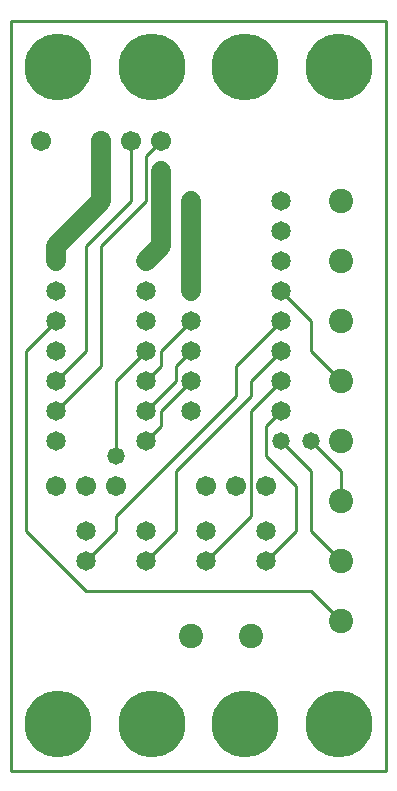
<source format=gbl>
%MOIN*%
%FSLAX25Y25*%
G04 D10 used for Character Trace; *
G04     Circle (OD=.01000) (No hole)*
G04 D11 used for Power Trace; *
G04     Circle (OD=.06700) (No hole)*
G04 D12 used for Signal Trace; *
G04     Circle (OD=.01100) (No hole)*
G04 D13 used for Via; *
G04     Circle (OD=.05800) (Round. Hole ID=.02800)*
G04 D14 used for Component hole; *
G04     Circle (OD=.06500) (Round. Hole ID=.03500)*
G04 D15 used for Component hole; *
G04     Circle (OD=.06700) (Round. Hole ID=.04300)*
G04 D16 used for Component hole; *
G04     Circle (OD=.08100) (Round. Hole ID=.05100)*
G04 D17 used for Component hole; *
G04     Circle (OD=.08900) (Round. Hole ID=.05900)*
G04 D18 used for Component hole; *
G04     Circle (OD=.11300) (Round. Hole ID=.08300)*
G04 D19 used for Component hole; *
G04     Circle (OD=.16000) (Round. Hole ID=.13000)*
G04 D20 used for Component hole; *
G04     Circle (OD=.18300) (Round. Hole ID=.15300)*
G04 D21 used for Component hole; *
G04     Circle (OD=.22291) (Round. Hole ID=.19291)*
%ADD10C,.01000*%
%ADD11C,.06700*%
%ADD12C,.01100*%
%ADD13C,.05800*%
%ADD14C,.06500*%
%ADD15C,.06700*%
%ADD16C,.08100*%
%ADD17C,.08900*%
%ADD18C,.11300*%
%ADD19C,.16000*%
%ADD20C,.18300*%
%ADD21C,.22291*%
%IPPOS*%
%LPD*%
G90*X0Y0D02*D21*X15625Y15625D03*X46875D03*D12*    
X25000Y60000D02*X100000D01*X110000Y50000D01*D16*  
D03*Y70000D03*D12*X100000Y80000D01*Y100000D01*    
X90000Y110000D01*D13*D03*D12*X85000Y105000D02*    
Y115000D01*X95000Y95000D02*X85000Y105000D01*      
X95000Y80000D02*Y95000D01*X85000Y70000D02*        
X95000Y80000D01*D14*X85000Y70000D03*Y80000D03*D12*
X65000Y70000D02*X80000Y85000D01*D14*              
X65000Y70000D03*D12*X45000D02*X55000Y80000D01*D14*
X45000Y70000D03*D12*X55000Y80000D02*Y100000D01*   
X80000Y125000D01*Y130000D01*X90000Y140000D01*D14* 
D03*D12*X100000D02*Y150000D01*X110000Y130000D02*  
X100000Y140000D01*D16*X110000Y130000D03*D14*      
X90000Y150000D03*D12*X75000Y135000D01*Y125000D01* 
X35000Y85000D01*Y80000D01*X25000Y70000D01*D14*D03*
Y80000D03*D12*Y60000D02*X5000Y80000D01*Y140000D01*
X15000Y150000D01*D14*D03*D12*Y130000D02*          
X25000Y140000D01*D14*X15000Y130000D03*D12*        
X25000Y140000D02*Y175000D01*X40000Y190000D01*     
Y210000D01*D15*D03*D12*X45000Y190000D02*          
Y205000D01*X30000Y175000D02*X45000Y190000D01*     
X30000Y135000D02*Y175000D01*X15000Y120000D02*     
X30000Y135000D01*D14*X15000Y120000D03*Y110000D03* 
D13*X35000Y105000D03*D12*Y130000D01*              
X45000Y140000D01*D14*D03*D12*Y130000D02*          
X50000Y135000D01*D14*X45000Y130000D03*D12*        
X50000Y135000D02*Y140000D01*X60000Y150000D01*D14* 
D03*Y160000D03*D11*Y170000D01*D14*D03*D11*        
Y180000D01*D14*D03*D11*Y190000D01*D14*D03*D13*    
X50000Y200000D03*D11*Y190000D01*D14*D03*D11*      
Y175000D01*X45000Y170000D01*D14*D03*Y160000D03*   
Y150000D03*X30000Y190000D03*D11*X15000Y175000D01* 
Y170000D01*D14*D03*Y160000D03*D11*                
X30000Y190000D02*Y210000D01*D15*D03*D12*          
X45000Y205000D02*X50000Y210000D01*D15*D03*D21*    
X46875Y234375D03*X78125D03*X15625D03*D14*         
X90000Y170000D03*Y180000D03*Y190000D03*D15*       
X10000Y210000D03*D12*X0Y0D02*Y250000D01*Y0D02*    
X125000D01*Y250000D01*X0D01*D14*X90000Y160000D03* 
D12*X100000Y150000D01*D16*X110000D03*Y170000D03*  
D14*X90000Y130000D03*D12*X80000Y120000D01*        
Y85000D01*D15*X85000Y95000D03*X75000D03*X65000D03*
D14*Y80000D03*D13*X100000Y110000D03*D12*          
X110000Y100000D01*Y90000D01*D16*D03*Y110000D03*   
D12*X85000Y115000D02*X90000Y120000D01*D14*D03*    
X60000Y140000D03*D12*X55000Y135000D01*Y130000D01* 
X45000Y120000D01*D14*D03*D12*Y110000D02*          
X50000Y115000D01*D14*X45000Y110000D03*D12*        
X50000Y115000D02*Y120000D01*X60000Y130000D01*D14* 
D03*Y120000D03*D15*X25000Y95000D03*X35000D03*D14* 
X15000Y140000D03*D15*Y95000D03*D14*               
X45000Y80000D03*D16*X110000Y190000D03*            
X60000Y45000D03*X80000D03*D21*X109375Y234375D03*  
X78125Y15625D03*X109375D03*M02*                   

</source>
